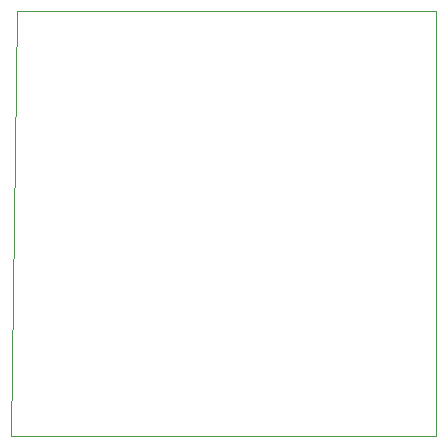
<source format=gbr>
%TF.GenerationSoftware,KiCad,Pcbnew,8.0.7*%
%TF.CreationDate,2024-12-24T07:35:49+05:30*%
%TF.ProjectId,ic555_test,69633535-355f-4746-9573-742e6b696361,rev?*%
%TF.SameCoordinates,Original*%
%TF.FileFunction,Profile,NP*%
%FSLAX46Y46*%
G04 Gerber Fmt 4.6, Leading zero omitted, Abs format (unit mm)*
G04 Created by KiCad (PCBNEW 8.0.7) date 2024-12-24 07:35:49*
%MOMM*%
%LPD*%
G01*
G04 APERTURE LIST*
%TA.AperFunction,Profile*%
%ADD10C,0.050000*%
%TD*%
G04 APERTURE END LIST*
D10*
X158000000Y-99000000D02*
X155000000Y-99000000D01*
X158000000Y-63000000D02*
X158000000Y-99000000D01*
X122500000Y-63000000D02*
X158000000Y-63000000D01*
X122000000Y-99000000D02*
X155000000Y-99000000D01*
X122500000Y-63000000D02*
X122000000Y-99000000D01*
M02*

</source>
